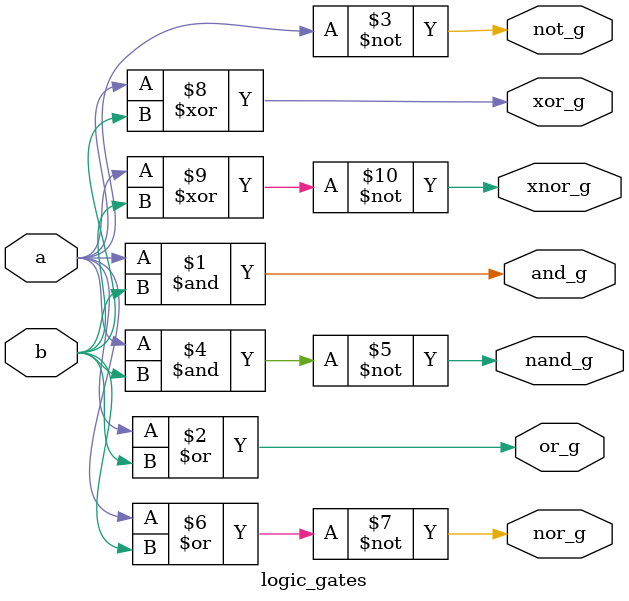
<source format=v>

`timescale 1ns / 1ps

module logic_gates(
    input a, b,
    output and_g,
    output or_g,
    output not_g,
    output nand_g,
    output nor_g,
    output xor_g,
    output xnor_g
    );
    assign and_g = a&b;
    assign or_g = a|b;
    assign not_g = ~a;
    assign nand_g = ~(a&b);
    assign nor_g = ~(a|b);
    assign xor_g = a^b;
    assign xnor_g = ~(a^b);
endmodule

</source>
